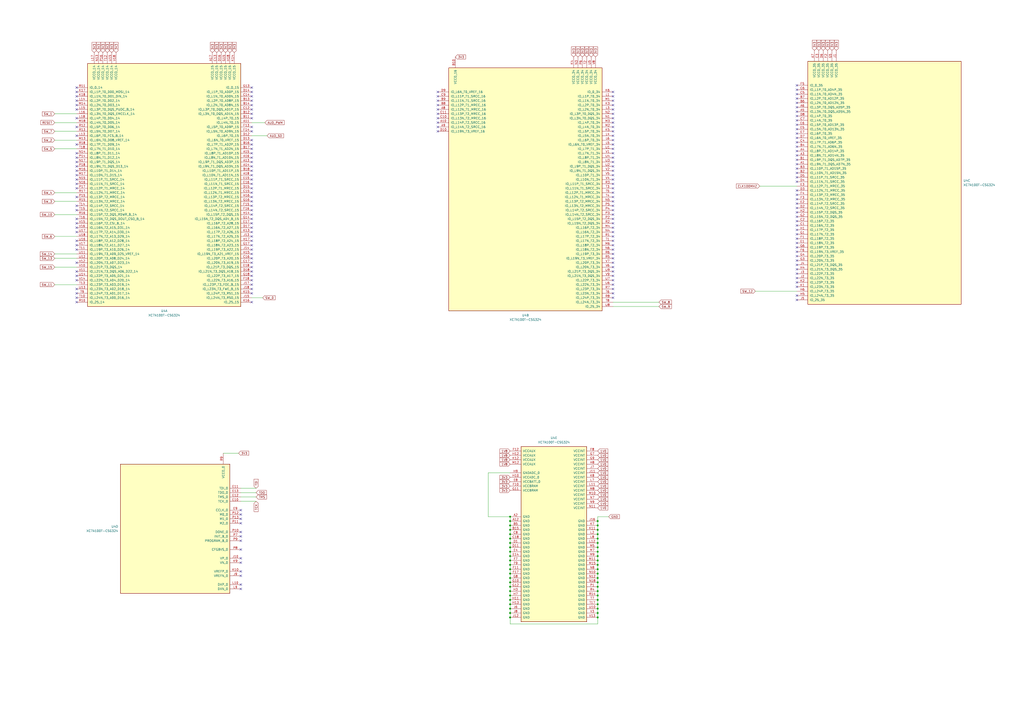
<source format=kicad_sch>
(kicad_sch (version 20231120) (generator "eeschema") (generator_version "8.0")
  (paper "A2")
  (lib_symbols
    (symbol "FPGA_Xilinx_Artix7:XC7A100T-CSG324" (pin_names (offset 1.016))
      (property "Reference" "U" (at 0 1.27 0))
      (property "Value" "XC7A100T-CSG324" (at 0 -1.27 0))
      (symbol "XC7A100T-CSG324_1_1"
        (rectangle (start -44.45 67.31) (end 44.45 -73.66) (stroke (width 0.254)) (fill (type background)))
        (pin bidirectional line (at 50.8 33.02 180) (length 6.35) (name "IO_L4N_T0_15") (number "A11"))
        (pin bidirectional line (at 50.8 10.16 180) (length 6.35) (name "IO_L9P_T1_DQS_AD3P_15") (number "A13"))
        (pin bidirectional line (at 50.8 7.62 180) (length 6.35) (name "IO_L9N_T1_DQS_AD3N_15") (number "A14"))
        (pin bidirectional line (at 50.8 15.24 180) (length 6.35) (name "IO_L8P_T1_AD10P_15") (number "A15"))
        (pin bidirectional line (at 50.8 12.7 180) (length 6.35) (name "IO_L8N_T1_AD10N_15") (number "A16"))
        (pin power_in line (at 27.94 73.66 270) (length 6.35) (name "VCCO_15") (number "A17"))
        (pin bidirectional line (at 50.8 2.54 180) (length 6.35) (name "IO_L10N_T1_AD11N_15") (number "A18"))
        (pin bidirectional line (at 50.8 35.56 180) (length 6.35) (name "IO_L4P_T0_15") (number "B11"))
        (pin bidirectional line (at 50.8 38.1 180) (length 6.35) (name "IO_L3N_T0_DQS_AD1N_15") (number "B12"))
        (pin bidirectional line (at 50.8 45.72 180) (length 6.35) (name "IO_L2P_T0_AD8P_15") (number "B13"))
        (pin bidirectional line (at 50.8 43.18 180) (length 6.35) (name "IO_L2N_T0_AD8N_15") (number "B14"))
        (pin bidirectional line (at 50.8 20.32 180) (length 6.35) (name "IO_L7P_T1_AD2P_15") (number "B16"))
        (pin bidirectional line (at 50.8 17.78 180) (length 6.35) (name "IO_L7N_T1_AD2N_15") (number "B17"))
        (pin bidirectional line (at 50.8 5.08 180) (length 6.35) (name "IO_L10P_T1_AD11P_15") (number "B18"))
        (pin bidirectional line (at 50.8 40.64 180) (length 6.35) (name "IO_L3P_T0_DQS_AD1P_15") (number "C12"))
        (pin power_in line (at 30.48 73.66 270) (length 6.35) (name "VCCO_15") (number "C13"))
        (pin bidirectional line (at 50.8 48.26 180) (length 6.35) (name "IO_L1N_T0_AD0N_15") (number "C14"))
        (pin bidirectional line (at 50.8 -7.62 180) (length 6.35) (name "IO_L12N_T1_MRCC_15") (number "C15"))
        (pin bidirectional line (at 50.8 -45.72 180) (length 6.35) (name "IO_L20P_T3_A20_15") (number "C16"))
        (pin bidirectional line (at 50.8 -48.26 180) (length 6.35) (name "IO_L20N_T3_A19_15") (number "C17"))
        (pin bidirectional line (at 50.8 25.4 180) (length 6.35) (name "IO_L6P_T0_15") (number "D12"))
        (pin bidirectional line (at 50.8 22.86 180) (length 6.35) (name "IO_L6N_T0_VREF_15") (number "D13"))
        (pin bidirectional line (at 50.8 50.8 180) (length 6.35) (name "IO_L1P_T0_AD0P_15") (number "D14"))
        (pin bidirectional line (at 50.8 -5.08 180) (length 6.35) (name "IO_L12P_T1_MRCC_15") (number "D15"))
        (pin power_in line (at 33.02 73.66 270) (length 6.35) (name "VCCO_15") (number "D16"))
        (pin bidirectional line (at 50.8 -27.94 180) (length 6.35) (name "IO_L16N_T2_A27_15") (number "D17"))
        (pin bidirectional line (at 50.8 -53.34 180) (length 6.35) (name "IO_L21N_T3_DQS_A18_15") (number "D18"))
        (pin bidirectional line (at 50.8 0 180) (length 6.35) (name "IO_L11P_T1_SRCC_15") (number "E15"))
        (pin bidirectional line (at 50.8 -2.54 180) (length 6.35) (name "IO_L11N_T1_SRCC_15") (number "E16"))
        (pin bidirectional line (at 50.8 -25.4 180) (length 6.35) (name "IO_L16P_T2_A28_15") (number "E17"))
        (pin bidirectional line (at 50.8 -50.8 180) (length 6.35) (name "IO_L21P_T3_DQS_15") (number "E18"))
        (pin bidirectional line (at 50.8 30.48 180) (length 6.35) (name "IO_L5P_T0_AD9P_15") (number "F13"))
        (pin bidirectional line (at 50.8 27.94 180) (length 6.35) (name "IO_L5N_T0_AD9N_15") (number "F14"))
        (pin bidirectional line (at 50.8 -15.24 180) (length 6.35) (name "IO_L14P_T2_SRCC_15") (number "F15"))
        (pin bidirectional line (at 50.8 -17.78 180) (length 6.35) (name "IO_L14N_T2_SRCC_15") (number "F16"))
        (pin bidirectional line (at 50.8 -58.42 180) (length 6.35) (name "IO_L22N_T3_A16_15") (number "F18"))
        (pin bidirectional line (at 50.8 53.34 180) (length 6.35) (name "IO_0_15") (number "G13"))
        (pin bidirectional line (at 50.8 -22.86 180) (length 6.35) (name "IO_L15N_T2_DQS_ADV_B_15") (number "G14"))
        (pin power_in line (at 35.56 73.66 270) (length 6.35) (name "VCCO_15") (number "G15"))
        (pin bidirectional line (at 50.8 -12.7 180) (length 6.35) (name "IO_L13N_T2_MRCC_15") (number "G16"))
        (pin bidirectional line (at 50.8 -38.1 180) (length 6.35) (name "IO_L18N_T2_A23_15") (number "G17"))
        (pin bidirectional line (at 50.8 -55.88 180) (length 6.35) (name "IO_L22P_T3_A17_15") (number "G18"))
        (pin bidirectional line (at 50.8 -20.32 180) (length 6.35) (name "IO_L15P_T2_DQS_15") (number "H14"))
        (pin bidirectional line (at 50.8 -43.18 180) (length 6.35) (name "IO_L19N_T3_A21_VREF_15") (number "H15"))
        (pin bidirectional line (at 50.8 -10.16 180) (length 6.35) (name "IO_L13P_T2_MRCC_15") (number "H16"))
        (pin bidirectional line (at 50.8 -35.56 180) (length 6.35) (name "IO_L18P_T2_A24_15") (number "H17"))
        (pin power_in line (at 38.1 73.66 270) (length 6.35) (name "VCCO_15") (number "H18"))
        (pin bidirectional line (at 50.8 -33.02 180) (length 6.35) (name "IO_L17N_T2_A25_15") (number "J13"))
        (pin bidirectional line (at 50.8 -40.64 180) (length 6.35) (name "IO_L19P_T3_A22_15") (number "J14"))
        (pin bidirectional line (at 50.8 -68.58 180) (length 6.35) (name "IO_L24N_T3_RS0_15") (number "J15"))
        (pin bidirectional line (at 50.8 -60.96 180) (length 6.35) (name "IO_L23P_T3_FOE_B_15") (number "J17"))
        (pin bidirectional line (at 50.8 -63.5 180) (length 6.35) (name "IO_L23N_T3_FWE_B_15") (number "J18"))
        (pin bidirectional line (at 50.8 -30.48 180) (length 6.35) (name "IO_L17P_T2_A26_15") (number "K13"))
        (pin power_in line (at 40.64 73.66 270) (length 6.35) (name "VCCO_15") (number "K14"))
        (pin bidirectional line (at 50.8 -66.04 180) (length 6.35) (name "IO_L24P_T3_RS1_15") (number "K15"))
        (pin bidirectional line (at 50.8 -71.12 180) (length 6.35) (name "IO_25_15") (number "K16"))
        (pin bidirectional line (at -50.8 50.8 0) (length 6.35) (name "IO_L1P_T0_D00_MOSI_14") (number "K17"))
        (pin bidirectional line (at -50.8 48.26 0) (length 6.35) (name "IO_L1N_T0_D01_DIN_14") (number "K18"))
        (pin bidirectional line (at -50.8 25.4 0) (length 6.35) (name "IO_L6P_T0_FCS_B_14") (number "L13"))
        (pin bidirectional line (at -50.8 45.72 0) (length 6.35) (name "IO_L2P_T0_D02_14") (number "L14"))
        (pin bidirectional line (at -50.8 40.64 0) (length 6.35) (name "IO_L3P_T0_DQS_PUDC_B_14") (number "L15"))
        (pin bidirectional line (at -50.8 38.1 0) (length 6.35) (name "IO_L3N_T0_DQS_EMCCLK_14") (number "L16"))
        (pin power_in line (at -40.64 73.66 270) (length 6.35) (name "VCCO_14") (number "L17"))
        (pin bidirectional line (at -50.8 35.56 0) (length 6.35) (name "IO_L4P_T0_D04_14") (number "L18"))
        (pin bidirectional line (at -50.8 22.86 0) (length 6.35) (name "IO_L6N_T0_D08_VREF_14") (number "M13"))
        (pin bidirectional line (at -50.8 43.18 0) (length 6.35) (name "IO_L2N_T0_D03_14") (number "M14"))
        (pin bidirectional line (at -50.8 5.08 0) (length 6.35) (name "IO_L10P_T1_D14_14") (number "M16"))
        (pin bidirectional line (at -50.8 2.54 0) (length 6.35) (name "IO_L10N_T1_D15_14") (number "M17"))
        (pin bidirectional line (at -50.8 33.02 0) (length 6.35) (name "IO_L4N_T0_D05_14") (number "M18"))
        (pin power_in line (at -38.1 73.66 270) (length 6.35) (name "VCCO_14") (number "N13"))
        (pin bidirectional line (at -50.8 15.24 0) (length 6.35) (name "IO_L8P_T1_D11_14") (number "N14"))
        (pin bidirectional line (at -50.8 0 0) (length 6.35) (name "IO_L11P_T1_SRCC_14") (number "N15"))
        (pin bidirectional line (at -50.8 -2.54 0) (length 6.35) (name "IO_L11N_T1_SRCC_14") (number "N16"))
        (pin bidirectional line (at -50.8 10.16 0) (length 6.35) (name "IO_L9P_T1_DQS_14") (number "N17"))
        (pin bidirectional line (at -50.8 12.7 0) (length 6.35) (name "IO_L8N_T1_D12_14") (number "P14"))
        (pin bidirectional line (at -50.8 -10.16 0) (length 6.35) (name "IO_L13P_T2_MRCC_14") (number "P15"))
        (pin power_in line (at -35.56 73.66 270) (length 6.35) (name "VCCO_14") (number "P16"))
        (pin bidirectional line (at -50.8 -5.08 0) (length 6.35) (name "IO_L12P_T1_MRCC_14") (number "P17"))
        (pin bidirectional line (at -50.8 7.62 0) (length 6.35) (name "IO_L9N_T1_DQS_D13_14") (number "P18"))
        (pin bidirectional line (at -50.8 -71.12 0) (length 6.35) (name "IO_25_14") (number "R10"))
        (pin bidirectional line (at -50.8 53.34 0) (length 6.35) (name "IO_0_14") (number "R11"))
        (pin bidirectional line (at -50.8 30.48 0) (length 6.35) (name "IO_L5P_T0_D06_14") (number "R12"))
        (pin bidirectional line (at -50.8 27.94 0) (length 6.35) (name "IO_L5N_T0_D07_14") (number "R13"))
        (pin bidirectional line (at -50.8 -12.7 0) (length 6.35) (name "IO_L13N_T2_MRCC_14") (number "R15"))
        (pin bidirectional line (at -50.8 -20.32 0) (length 6.35) (name "IO_L15P_T2_DQS_RDWR_B_14") (number "R16"))
        (pin bidirectional line (at -50.8 -7.62 0) (length 6.35) (name "IO_L12N_T1_MRCC_14") (number "R17"))
        (pin bidirectional line (at -50.8 20.32 0) (length 6.35) (name "IO_L7P_T1_D09_14") (number "R18"))
        (pin bidirectional line (at -50.8 -68.58 0) (length 6.35) (name "IO_L24N_T3_A00_D16_14") (number "T10"))
        (pin bidirectional line (at -50.8 -40.64 0) (length 6.35) (name "IO_L19P_T3_A10_D26_14") (number "T11"))
        (pin power_in line (at -33.02 73.66 270) (length 6.35) (name "VCCO_14") (number "T12"))
        (pin bidirectional line (at -50.8 -60.96 0) (length 6.35) (name "IO_L23P_T3_A03_D19_14") (number "T13"))
        (pin bidirectional line (at -50.8 -15.24 0) (length 6.35) (name "IO_L14P_T2_SRCC_14") (number "T14"))
        (pin bidirectional line (at -50.8 -17.78 0) (length 6.35) (name "IO_L14N_T2_SRCC_14") (number "T15"))
        (pin bidirectional line (at -50.8 -22.86 0) (length 6.35) (name "IO_L15N_T2_DQS_DOUT_CSO_B_14") (number "T16"))
        (pin bidirectional line (at -50.8 17.78 0) (length 6.35) (name "IO_L7N_T1_D10_14") (number "T18"))
        (pin bidirectional line (at -50.8 -66.04 0) (length 6.35) (name "IO_L24P_T3_A01_D17_14") (number "T9"))
        (pin bidirectional line (at -50.8 -43.18 0) (length 6.35) (name "IO_L19N_T3_A09_D25_VREF_14") (number "U11"))
        (pin bidirectional line (at -50.8 -45.72 0) (length 6.35) (name "IO_L20P_T3_A08_D24_14") (number "U12"))
        (pin bidirectional line (at -50.8 -63.5 0) (length 6.35) (name "IO_L23N_T3_A02_D18_14") (number "U13"))
        (pin bidirectional line (at -50.8 -55.88 0) (length 6.35) (name "IO_L22P_T3_A05_D21_14") (number "U14"))
        (pin power_in line (at -30.48 73.66 270) (length 6.35) (name "VCCO_14") (number "U15"))
        (pin bidirectional line (at -50.8 -35.56 0) (length 6.35) (name "IO_L18P_T2_A12_D28_14") (number "U16"))
        (pin bidirectional line (at -50.8 -30.48 0) (length 6.35) (name "IO_L17P_T2_A14_D30_14") (number "U17"))
        (pin bidirectional line (at -50.8 -33.02 0) (length 6.35) (name "IO_L17N_T2_A13_D29_14") (number "U18"))
        (pin bidirectional line (at -50.8 -50.8 0) (length 6.35) (name "IO_L21P_T3_DQS_14") (number "V10"))
        (pin bidirectional line (at -50.8 -53.34 0) (length 6.35) (name "IO_L21N_T3_DQS_A06_D22_14") (number "V11"))
        (pin bidirectional line (at -50.8 -48.26 0) (length 6.35) (name "IO_L20N_T3_A07_D23_14") (number "V12"))
        (pin bidirectional line (at -50.8 -58.42 0) (length 6.35) (name "IO_L22N_T3_A04_D20_14") (number "V14"))
        (pin bidirectional line (at -50.8 -25.4 0) (length 6.35) (name "IO_L16P_T2_CSI_B_14") (number "V15"))
        (pin bidirectional line (at -50.8 -27.94 0) (length 6.35) (name "IO_L16N_T2_A15_D31_14") (number "V16"))
        (pin bidirectional line (at -50.8 -38.1 0) (length 6.35) (name "IO_L18N_T2_A11_D27_14") (number "V17"))
        (pin power_in line (at -27.94 73.66 270) (length 6.35) (name "VCCO_14") (number "V18"))
      )
      (symbol "XC7A100T-CSG324_2_1"
        (rectangle (start -44.45 67.31) (end 44.45 -73.66) (stroke (width 0.254)) (fill (type background)))
        (pin bidirectional line (at -50.8 35.56 0) (length 6.35) (name "IO_L14P_T2_SRCC_16") (number "A10"))
        (pin bidirectional line (at -50.8 43.18 0) (length 6.35) (name "IO_L12N_T1_MRCC_16") (number "A8"))
        (pin bidirectional line (at -50.8 33.02 0) (length 6.35) (name "IO_L14N_T2_SRCC_16") (number "A9"))
        (pin power_in line (at -40.64 73.66 270) (length 6.35) (name "VCCO_16") (number "B10"))
        (pin bidirectional line (at -50.8 45.72 0) (length 6.35) (name "IO_L12P_T1_MRCC_16") (number "B8"))
        (pin bidirectional line (at -50.8 48.26 0) (length 6.35) (name "IO_L11N_T1_SRCC_16") (number "B9"))
        (pin bidirectional line (at -50.8 38.1 0) (length 6.35) (name "IO_L13N_T2_MRCC_16") (number "C10"))
        (pin bidirectional line (at -50.8 40.64 0) (length 6.35) (name "IO_L13P_T2_MRCC_16") (number "C11"))
        (pin bidirectional line (at -50.8 50.8 0) (length 6.35) (name "IO_L11P_T1_SRCC_16") (number "C9"))
        (pin bidirectional line (at -50.8 30.48 0) (length 6.35) (name "IO_L19N_T3_VREF_16") (number "D10"))
        (pin bidirectional line (at -50.8 53.34 0) (length 6.35) (name "IO_L6N_T0_VREF_16") (number "D9"))
        (pin bidirectional line (at 50.8 45.72 180) (length 6.35) (name "IO_L2P_T0_34") (number "K3"))
        (pin power_in line (at 27.94 73.66 270) (length 6.35) (name "VCCO_34") (number "K4"))
        (pin bidirectional line (at 50.8 30.48 180) (length 6.35) (name "IO_L5P_T0_34") (number "K5"))
        (pin bidirectional line (at 50.8 53.34 180) (length 6.35) (name "IO_0_34") (number "K6"))
        (pin bidirectional line (at 50.8 50.8 180) (length 6.35) (name "IO_L1P_T0_34") (number "L1"))
        (pin bidirectional line (at 50.8 43.18 180) (length 6.35) (name "IO_L2N_T0_34") (number "L3"))
        (pin bidirectional line (at 50.8 27.94 180) (length 6.35) (name "IO_L5N_T0_34") (number "L4"))
        (pin bidirectional line (at 50.8 22.86 180) (length 6.35) (name "IO_L6N_T0_VREF_34") (number "L5"))
        (pin bidirectional line (at 50.8 25.4 180) (length 6.35) (name "IO_L6P_T0_34") (number "L6"))
        (pin bidirectional line (at 50.8 48.26 180) (length 6.35) (name "IO_L1N_T0_34") (number "M1"))
        (pin bidirectional line (at 50.8 33.02 180) (length 6.35) (name "IO_L4N_T0_34") (number "M2"))
        (pin bidirectional line (at 50.8 35.56 180) (length 6.35) (name "IO_L4P_T0_34") (number "M3"))
        (pin bidirectional line (at 50.8 -25.4 180) (length 6.35) (name "IO_L16P_T2_34") (number "M4"))
        (pin bidirectional line (at 50.8 -35.56 180) (length 6.35) (name "IO_L18P_T2_34") (number "M6"))
        (pin bidirectional line (at 50.8 38.1 180) (length 6.35) (name "IO_L3N_T0_DQS_34") (number "N1"))
        (pin bidirectional line (at 50.8 40.64 180) (length 6.35) (name "IO_L3P_T0_DQS_34") (number "N2"))
        (pin power_in line (at 30.48 73.66 270) (length 6.35) (name "VCCO_34") (number "N3"))
        (pin bidirectional line (at 50.8 -27.94 180) (length 6.35) (name "IO_L16N_T2_34") (number "N4"))
        (pin bidirectional line (at 50.8 -10.16 180) (length 6.35) (name "IO_L13P_T2_MRCC_34") (number "N5"))
        (pin bidirectional line (at 50.8 -38.1 180) (length 6.35) (name "IO_L18N_T2_34") (number "N6"))
        (pin bidirectional line (at 50.8 -20.32 180) (length 6.35) (name "IO_L15P_T2_DQS_34") (number "P2"))
        (pin bidirectional line (at 50.8 -17.78 180) (length 6.35) (name "IO_L14N_T2_SRCC_34") (number "P3"))
        (pin bidirectional line (at 50.8 -15.24 180) (length 6.35) (name "IO_L14P_T2_SRCC_34") (number "P4"))
        (pin bidirectional line (at 50.8 -12.7 180) (length 6.35) (name "IO_L13N_T2_MRCC_34") (number "P5"))
        (pin power_in line (at 33.02 73.66 270) (length 6.35) (name "VCCO_34") (number "P6"))
        (pin bidirectional line (at 50.8 -30.48 180) (length 6.35) (name "IO_L17P_T2_34") (number "R1"))
        (pin bidirectional line (at 50.8 -22.86 180) (length 6.35) (name "IO_L15N_T2_DQS_34") (number "R2"))
        (pin bidirectional line (at 50.8 0 180) (length 6.35) (name "IO_L11P_T1_SRCC_34") (number "R3"))
        (pin bidirectional line (at 50.8 -43.18 180) (length 6.35) (name "IO_L19N_T3_VREF_34") (number "R5"))
        (pin bidirectional line (at 50.8 -40.64 180) (length 6.35) (name "IO_L19P_T3_34") (number "R6"))
        (pin bidirectional line (at 50.8 -60.96 180) (length 6.35) (name "IO_L23P_T3_34") (number "R7"))
        (pin bidirectional line (at 50.8 -66.04 180) (length 6.35) (name "IO_L24P_T3_34") (number "R8"))
        (pin bidirectional line (at 50.8 -33.02 180) (length 6.35) (name "IO_L17N_T2_34") (number "T1"))
        (pin power_in line (at 35.56 73.66 270) (length 6.35) (name "VCCO_34") (number "T2"))
        (pin bidirectional line (at 50.8 -2.54 180) (length 6.35) (name "IO_L11N_T1_SRCC_34") (number "T3"))
        (pin bidirectional line (at 50.8 -7.62 180) (length 6.35) (name "IO_L12N_T1_MRCC_34") (number "T4"))
        (pin bidirectional line (at 50.8 -5.08 180) (length 6.35) (name "IO_L12P_T1_MRCC_34") (number "T5"))
        (pin bidirectional line (at 50.8 -63.5 180) (length 6.35) (name "IO_L23N_T3_34") (number "T6"))
        (pin bidirectional line (at 50.8 -68.58 180) (length 6.35) (name "IO_L24N_T3_34") (number "T8"))
        (pin bidirectional line (at 50.8 20.32 180) (length 6.35) (name "IO_L7P_T1_34") (number "U1"))
        (pin bidirectional line (at 50.8 10.16 180) (length 6.35) (name "IO_L9P_T1_DQS_34") (number "U2"))
        (pin bidirectional line (at 50.8 12.7 180) (length 6.35) (name "IO_L8N_T1_34") (number "U3"))
        (pin bidirectional line (at 50.8 15.24 180) (length 6.35) (name "IO_L8P_T1_34") (number "U4"))
        (pin power_in line (at 38.1 73.66 270) (length 6.35) (name "VCCO_34") (number "U5"))
        (pin bidirectional line (at 50.8 -58.42 180) (length 6.35) (name "IO_L22N_T3_34") (number "U6"))
        (pin bidirectional line (at 50.8 -55.88 180) (length 6.35) (name "IO_L22P_T3_34") (number "U7"))
        (pin bidirectional line (at 50.8 -71.12 180) (length 6.35) (name "IO_25_34") (number "U8"))
        (pin bidirectional line (at 50.8 -50.8 180) (length 6.35) (name "IO_L21P_T3_DQS_34") (number "U9"))
        (pin bidirectional line (at 50.8 17.78 180) (length 6.35) (name "IO_L7N_T1_34") (number "V1"))
        (pin bidirectional line (at 50.8 7.62 180) (length 6.35) (name "IO_L9N_T1_DQS_34") (number "V2"))
        (pin bidirectional line (at 50.8 2.54 180) (length 6.35) (name "IO_L10N_T1_34") (number "V4"))
        (pin bidirectional line (at 50.8 5.08 180) (length 6.35) (name "IO_L10P_T1_34") (number "V5"))
        (pin bidirectional line (at 50.8 -48.26 180) (length 6.35) (name "IO_L20N_T3_34") (number "V6"))
        (pin bidirectional line (at 50.8 -45.72 180) (length 6.35) (name "IO_L20P_T3_34") (number "V7"))
        (pin power_in line (at 40.64 73.66 270) (length 6.35) (name "VCCO_34") (number "V8"))
        (pin bidirectional line (at 50.8 -53.34 180) (length 6.35) (name "IO_L21N_T3_DQS_34") (number "V9"))
      )
      (symbol "XC7A100T-CSG324_3_1"
        (rectangle (start -44.45 67.31) (end 44.45 -73.66) (stroke (width 0.254)) (fill (type background)))
        (pin bidirectional line (at -50.8 7.62 0) (length 6.35) (name "IO_L9N_T1_DQS_AD7N_35") (number "A1"))
        (pin bidirectional line (at -50.8 12.7 0) (length 6.35) (name "IO_L8N_T1_AD14N_35") (number "A3"))
        (pin bidirectional line (at -50.8 15.24 0) (length 6.35) (name "IO_L8P_T1_AD14P_35") (number "A4"))
        (pin bidirectional line (at -50.8 38.1 0) (length 6.35) (name "IO_L3N_T0_DQS_AD5N_35") (number "A5"))
        (pin bidirectional line (at -50.8 40.64 0) (length 6.35) (name "IO_L3P_T0_DQS_AD5P_35") (number "A6"))
        (pin power_in line (at -40.64 73.66 270) (length 6.35) (name "VCCO_35") (number "A7"))
        (pin bidirectional line (at -50.8 10.16 0) (length 6.35) (name "IO_L9P_T1_DQS_AD7P_35") (number "B1"))
        (pin bidirectional line (at -50.8 2.54 0) (length 6.35) (name "IO_L10N_T1_AD15N_35") (number "B2"))
        (pin bidirectional line (at -50.8 5.08 0) (length 6.35) (name "IO_L10P_T1_AD15P_35") (number "B3"))
        (pin bidirectional line (at -50.8 17.78 0) (length 6.35) (name "IO_L7N_T1_AD6N_35") (number "B4"))
        (pin bidirectional line (at -50.8 43.18 0) (length 6.35) (name "IO_L2N_T0_AD12N_35") (number "B6"))
        (pin bidirectional line (at -50.8 45.72 0) (length 6.35) (name "IO_L2P_T0_AD12P_35") (number "B7"))
        (pin bidirectional line (at -50.8 -27.94 0) (length 6.35) (name "IO_L16N_T2_35") (number "C1"))
        (pin bidirectional line (at -50.8 -25.4 0) (length 6.35) (name "IO_L16P_T2_35") (number "C2"))
        (pin power_in line (at -38.1 73.66 270) (length 6.35) (name "VCCO_35") (number "C3"))
        (pin bidirectional line (at -50.8 20.32 0) (length 6.35) (name "IO_L7P_T1_AD6P_35") (number "C4"))
        (pin bidirectional line (at -50.8 48.26 0) (length 6.35) (name "IO_L1N_T0_AD4N_35") (number "C5"))
        (pin bidirectional line (at -50.8 50.8 0) (length 6.35) (name "IO_L1P_T0_AD4P_35") (number "C6"))
        (pin bidirectional line (at -50.8 33.02 0) (length 6.35) (name "IO_L4N_T0_35") (number "C7"))
        (pin bidirectional line (at -50.8 -17.78 0) (length 6.35) (name "IO_L14N_T2_SRCC_35") (number "D2"))
        (pin bidirectional line (at -50.8 -7.62 0) (length 6.35) (name "IO_L12N_T1_MRCC_35") (number "D3"))
        (pin bidirectional line (at -50.8 -2.54 0) (length 6.35) (name "IO_L11N_T1_SRCC_35") (number "D4"))
        (pin bidirectional line (at -50.8 0 0) (length 6.35) (name "IO_L11P_T1_SRCC_35") (number "D5"))
        (pin power_in line (at -35.56 73.66 270) (length 6.35) (name "VCCO_35") (number "D6"))
        (pin bidirectional line (at -50.8 22.86 0) (length 6.35) (name "IO_L6N_T0_VREF_35") (number "D7"))
        (pin bidirectional line (at -50.8 35.56 0) (length 6.35) (name "IO_L4P_T0_35") (number "D8"))
        (pin bidirectional line (at -50.8 -38.1 0) (length 6.35) (name "IO_L18N_T2_35") (number "E1"))
        (pin bidirectional line (at -50.8 -15.24 0) (length 6.35) (name "IO_L14P_T2_SRCC_35") (number "E2"))
        (pin bidirectional line (at -50.8 -5.08 0) (length 6.35) (name "IO_L12P_T1_MRCC_35") (number "E3"))
        (pin bidirectional line (at -50.8 27.94 0) (length 6.35) (name "IO_L5N_T0_AD13N_35") (number "E5"))
        (pin bidirectional line (at -50.8 30.48 0) (length 6.35) (name "IO_L5P_T0_AD13P_35") (number "E6"))
        (pin bidirectional line (at -50.8 25.4 0) (length 6.35) (name "IO_L6P_T0_35") (number "E7"))
        (pin bidirectional line (at -50.8 -35.56 0) (length 6.35) (name "IO_L18P_T2_35") (number "F1"))
        (pin power_in line (at -33.02 73.66 270) (length 6.35) (name "VCCO_35") (number "F2"))
        (pin bidirectional line (at -50.8 -12.7 0) (length 6.35) (name "IO_L13N_T2_MRCC_35") (number "F3"))
        (pin bidirectional line (at -50.8 -10.16 0) (length 6.35) (name "IO_L13P_T2_MRCC_35") (number "F4"))
        (pin bidirectional line (at -50.8 53.34 0) (length 6.35) (name "IO_0_35") (number "F5"))
        (pin bidirectional line (at -50.8 -43.18 0) (length 6.35) (name "IO_L19N_T3_VREF_35") (number "F6"))
        (pin bidirectional line (at -50.8 -33.02 0) (length 6.35) (name "IO_L17N_T2_35") (number "G1"))
        (pin bidirectional line (at -50.8 -22.86 0) (length 6.35) (name "IO_L15N_T2_DQS_35") (number "G2"))
        (pin bidirectional line (at -50.8 -48.26 0) (length 6.35) (name "IO_L20N_T3_35") (number "G3"))
        (pin bidirectional line (at -50.8 -45.72 0) (length 6.35) (name "IO_L20P_T3_35") (number "G4"))
        (pin power_in line (at -30.48 73.66 270) (length 6.35) (name "VCCO_35") (number "G5"))
        (pin bidirectional line (at -50.8 -40.64 0) (length 6.35) (name "IO_L19P_T3_35") (number "G6"))
        (pin bidirectional line (at -50.8 -30.48 0) (length 6.35) (name "IO_L17P_T2_35") (number "H1"))
        (pin bidirectional line (at -50.8 -20.32 0) (length 6.35) (name "IO_L15P_T2_DQS_35") (number "H2"))
        (pin bidirectional line (at -50.8 -53.34 0) (length 6.35) (name "IO_L21N_T3_DQS_35") (number "H4"))
        (pin bidirectional line (at -50.8 -68.58 0) (length 6.35) (name "IO_L24N_T3_35") (number "H5"))
        (pin bidirectional line (at -50.8 -66.04 0) (length 6.35) (name "IO_L24P_T3_35") (number "H6"))
        (pin power_in line (at -27.94 73.66 270) (length 6.35) (name "VCCO_35") (number "J1"))
        (pin bidirectional line (at -50.8 -58.42 0) (length 6.35) (name "IO_L22N_T3_35") (number "J2"))
        (pin bidirectional line (at -50.8 -55.88 0) (length 6.35) (name "IO_L22P_T3_35") (number "J3"))
        (pin bidirectional line (at -50.8 -50.8 0) (length 6.35) (name "IO_L21P_T3_DQS_35") (number "J4"))
        (pin bidirectional line (at -50.8 -71.12 0) (length 6.35) (name "IO_25_35") (number "J5"))
        (pin bidirectional line (at -50.8 -63.5 0) (length 6.35) (name "IO_L23N_T3_35") (number "K1"))
        (pin bidirectional line (at -50.8 -60.96 0) (length 6.35) (name "IO_L23P_T3_35") (number "K2"))
      )
      (symbol "XC7A100T-CSG324_4_1"
        (rectangle (start -31.75 34.29) (end 31.75 -40.64) (stroke (width 0.254)) (fill (type background)))
        (pin bidirectional line (at 38.1 12.7 180) (length 6.35) (name "TCK_0") (number "E10"))
        (pin bidirectional line (at 38.1 20.32 180) (length 6.35) (name "TDI_0") (number "E11"))
        (pin bidirectional line (at 38.1 15.24 180) (length 6.35) (name "TMS_0") (number "E12"))
        (pin bidirectional line (at 38.1 17.78 180) (length 6.35) (name "TDO_0") (number "E13"))
        (pin bidirectional line (at 38.1 7.62 180) (length 6.35) (name "CCLK_0") (number "E9"))
        (pin bidirectional line (at 38.1 -20.32 180) (length 6.35) (name "VP_0") (number "J10"))
        (pin bidirectional line (at 38.1 -30.48 180) (length 6.35) (name "VREFN_0") (number "J9"))
        (pin bidirectional line (at 38.1 -27.94 180) (length 6.35) (name "VREFP_0") (number "K10"))
        (pin bidirectional line (at 38.1 -22.86 180) (length 6.35) (name "VN_0") (number "K9"))
        (pin bidirectional line (at 38.1 -35.56 180) (length 6.35) (name "DXP_0") (number "L10"))
        (pin bidirectional line (at 38.1 -38.1 180) (length 6.35) (name "DXN_0") (number "L9"))
        (pin bidirectional line (at 38.1 -5.08 180) (length 6.35) (name "DONE_0") (number "P10"))
        (pin bidirectional line (at 38.1 0 180) (length 6.35) (name "M2_0") (number "P11"))
        (pin bidirectional line (at 38.1 5.08 180) (length 6.35) (name "M0_0") (number "P12"))
        (pin bidirectional line (at 38.1 2.54 180) (length 6.35) (name "M1_0") (number "P13"))
        (pin bidirectional line (at 38.1 -7.62 180) (length 6.35) (name "INIT_B_0") (number "P7"))
        (pin bidirectional line (at 38.1 -15.24 180) (length 6.35) (name "CFGBVS_0") (number "P8"))
        (pin bidirectional line (at 38.1 -10.16 180) (length 6.35) (name "PROGRAM_B_0") (number "P9"))
        (pin power_in line (at 27.94 40.64 270) (length 6.35) (name "VCCO_0") (number "R9"))
      )
      (symbol "XC7A100T-CSG324_5_1"
        (rectangle (start -19.05 50.8) (end 19.05 -50.8) (stroke (width 0.254)) (fill (type background)))
        (pin power_in line (at -25.4 7.62 0) (length 6.35) (name "GND") (number "A12"))
        (pin power_in line (at -25.4 10.16 0) (length 6.35) (name "GND") (number "A2"))
        (pin power_in line (at -25.4 2.54 0) (length 6.35) (name "GND") (number "B15"))
        (pin power_in line (at -25.4 5.08 0) (length 6.35) (name "GND") (number "B5"))
        (pin power_in line (at -25.4 -2.54 0) (length 6.35) (name "GND") (number "C18"))
        (pin power_in line (at -25.4 0 0) (length 6.35) (name "GND") (number "C8"))
        (pin power_in line (at -25.4 -5.08 0) (length 6.35) (name "GND") (number "D1"))
        (pin power_in line (at -25.4 -7.62 0) (length 6.35) (name "GND") (number "D11"))
        (pin power_in line (at -25.4 -12.7 0) (length 6.35) (name "GND") (number "E14"))
        (pin power_in line (at -25.4 -10.16 0) (length 6.35) (name "GND") (number "E4"))
        (pin power_in line (at -25.4 30.48 0) (length 6.35) (name "VCCBATT_0") (number "E8"))
        (pin power_in line (at -25.4 27.94 0) (length 6.35) (name "VCCBRAM") (number "F10"))
        (pin power_in line (at -25.4 -20.32 0) (length 6.35) (name "GND") (number "F11"))
        (pin power_in line (at -25.4 48.26 0) (length 6.35) (name "VCCAUX") (number "F12"))
        (pin power_in line (at -25.4 -22.86 0) (length 6.35) (name "GND") (number "F17"))
        (pin power_in line (at -25.4 -15.24 0) (length 6.35) (name "GND") (number "F7"))
        (pin power_in line (at 25.4 48.26 180) (length 6.35) (name "VCCINT") (number "F8"))
        (pin power_in line (at -25.4 -17.78 0) (length 6.35) (name "GND") (number "F9"))
        (pin power_in line (at -25.4 -27.94 0) (length 6.35) (name "GND") (number "G10"))
        (pin power_in line (at -25.4 25.4 0) (length 6.35) (name "VCCBRAM") (number "G11"))
        (pin power_in line (at -25.4 -30.48 0) (length 6.35) (name "GND") (number "G12"))
        (pin power_in line (at 25.4 45.72 180) (length 6.35) (name "VCCINT") (number "G7"))
        (pin power_in line (at -25.4 -25.4 0) (length 6.35) (name "GND") (number "G8"))
        (pin power_in line (at 25.4 43.18 180) (length 6.35) (name "VCCINT") (number "G9"))
        (pin power_in line (at -25.4 33.02 0) (length 6.35) (name "VCCADC_0") (number "H10"))
        (pin power_in line (at -25.4 -38.1 0) (length 6.35) (name "GND") (number "H11"))
        (pin power_in line (at -25.4 45.72 0) (length 6.35) (name "VCCAUX") (number "H12"))
        (pin power_in line (at -25.4 -40.64 0) (length 6.35) (name "GND") (number "H13"))
        (pin power_in line (at -25.4 -33.02 0) (length 6.35) (name "GND") (number "H3"))
        (pin power_in line (at -25.4 -35.56 0) (length 6.35) (name "GND") (number "H7"))
        (pin power_in line (at 25.4 40.64 180) (length 6.35) (name "VCCINT") (number "H8"))
        (pin power_in line (at -25.4 35.56 0) (length 6.35) (name "GNDADC_0") (number "H9"))
        (pin power_in line (at 25.4 35.56 180) (length 6.35) (name "VCCINT") (number "J11"))
        (pin power_in line (at -25.4 -48.26 0) (length 6.35) (name "GND") (number "J12"))
        (pin power_in line (at 25.4 7.62 180) (length 6.35) (name "GND") (number "J16"))
        (pin power_in line (at -25.4 -43.18 0) (length 6.35) (name "GND") (number "J6"))
        (pin power_in line (at 25.4 38.1 180) (length 6.35) (name "VCCINT") (number "J7"))
        (pin power_in line (at -25.4 -45.72 0) (length 6.35) (name "GND") (number "J8"))
        (pin power_in line (at 25.4 2.54 180) (length 6.35) (name "GND") (number "K11"))
        (pin power_in line (at -25.4 43.18 0) (length 6.35) (name "VCCAUX") (number "K12"))
        (pin power_in line (at 25.4 5.08 180) (length 6.35) (name "GND") (number "K7"))
        (pin power_in line (at 25.4 33.02 180) (length 6.35) (name "VCCINT") (number "K8"))
        (pin power_in line (at 25.4 27.94 180) (length 6.35) (name "VCCINT") (number "L11"))
        (pin power_in line (at 25.4 -5.08 180) (length 6.35) (name "GND") (number "L12"))
        (pin power_in line (at 25.4 0 180) (length 6.35) (name "GND") (number "L2"))
        (pin power_in line (at 25.4 30.48 180) (length 6.35) (name "VCCINT") (number "L7"))
        (pin power_in line (at 25.4 -2.54 180) (length 6.35) (name "GND") (number "L8"))
        (pin power_in line (at 25.4 22.86 180) (length 6.35) (name "VCCINT") (number "M10"))
        (pin power_in line (at 25.4 -15.24 180) (length 6.35) (name "GND") (number "M11"))
        (pin power_in line (at -25.4 40.64 0) (length 6.35) (name "VCCAUX") (number "M12"))
        (pin power_in line (at 25.4 -17.78 180) (length 6.35) (name "GND") (number "M15"))
        (pin power_in line (at 25.4 -7.62 180) (length 6.35) (name "GND") (number "M5"))
        (pin power_in line (at 25.4 -10.16 180) (length 6.35) (name "GND") (number "M7"))
        (pin power_in line (at 25.4 25.4 180) (length 6.35) (name "VCCINT") (number "M8"))
        (pin power_in line (at 25.4 -12.7 180) (length 6.35) (name "GND") (number "M9"))
        (pin power_in line (at 25.4 -22.86 180) (length 6.35) (name "GND") (number "N10"))
        (pin power_in line (at 25.4 15.24 180) (length 6.35) (name "VCCINT") (number "N11"))
        (pin power_in line (at 25.4 -25.4 180) (length 6.35) (name "GND") (number "N12"))
        (pin power_in line (at 25.4 -27.94 180) (length 6.35) (name "GND") (number "N18"))
        (pin power_in line (at 25.4 20.32 180) (length 6.35) (name "VCCINT") (number "N7"))
        (pin power_in line (at 25.4 -20.32 180) (length 6.35) (name "GND") (number "N8"))
        (pin power_in line (at 25.4 17.78 180) (length 6.35) (name "VCCINT") (number "N9"))
        (pin power_in line (at 25.4 -30.48 180) (length 6.35) (name "GND") (number "P1"))
        (pin power_in line (at 25.4 -35.56 180) (length 6.35) (name "GND") (number "R14"))
        (pin power_in line (at 25.4 -33.02 180) (length 6.35) (name "GND") (number "R4"))
        (pin power_in line (at 25.4 -40.64 180) (length 6.35) (name "GND") (number "T17"))
        (pin power_in line (at 25.4 -38.1 180) (length 6.35) (name "GND") (number "T7"))
        (pin power_in line (at 25.4 -43.18 180) (length 6.35) (name "GND") (number "U10"))
        (pin power_in line (at 25.4 -48.26 180) (length 6.35) (name "GND") (number "V13"))
        (pin power_in line (at 25.4 -45.72 180) (length 6.35) (name "GND") (number "V3"))
      )
    )
  )
  (junction (at 295.91 345.44))
  (junction (at 295.91 353.06))
  (junction (at 346.71 327.66))
  (junction (at 295.91 317.5))
  (junction (at 346.71 322.58))
  (junction (at 346.71 312.42))
  (junction (at 346.71 340.36))
  (junction (at 295.91 299.72))
  (junction (at 346.71 325.12))
  (junction (at 295.91 327.66))
  (junction (at 346.71 337.82))
  (junction (at 295.91 302.26))
  (junction (at 346.71 355.6))
  (junction (at 295.91 340.36))
  (junction (at 295.91 347.98))
  (junction (at 346.71 350.52))
  (junction (at 295.91 309.88))
  (junction (at 346.71 353.06))
  (junction (at 295.91 350.52))
  (junction (at 346.71 304.8))
  (junction (at 346.71 335.28))
  (junction (at 346.71 320.04))
  (junction (at 295.91 330.2))
  (junction (at 346.71 314.96))
  (junction (at 346.71 317.5))
  (junction (at 295.91 314.96))
  (junction (at 295.91 304.8))
  (junction (at 295.91 312.42))
  (junction (at 346.71 307.34))
  (junction (at 295.91 358.14))
  (junction (at 295.91 335.28))
  (junction (at 295.91 337.82))
  (junction (at 295.91 355.6))
  (junction (at 346.71 347.98))
  (junction (at 295.91 307.34))
  (junction (at 346.71 358.14))
  (junction (at 346.71 309.88))
  (junction (at 346.71 342.9))
  (junction (at 295.91 322.58))
  (junction (at 295.91 325.12))
  (junction (at 346.71 302.26))
  (junction (at 295.91 332.74))
  (junction (at 346.71 345.44))
  (junction (at 346.71 330.2))
  (junction (at 346.71 332.74))
  (junction (at 295.91 320.04))
  (junction (at 295.91 342.9))
  (no_connect (at 355.6 114.3))
  (no_connect (at 146.05 114.3))
  (no_connect (at 462.28 64.77))
  (no_connect (at 462.28 67.31))
  (no_connect (at 355.6 99.06))
  (no_connect (at 462.28 120.65))
  (no_connect (at 462.28 85.09))
  (no_connect (at 355.6 160.02))
  (no_connect (at 146.05 142.24))
  (no_connect (at 146.05 137.16))
  (no_connect (at 355.6 170.18))
  (no_connect (at 355.6 165.1))
  (no_connect (at 254 71.12))
  (no_connect (at 44.45 134.62))
  (no_connect (at 146.05 93.98))
  (no_connect (at 355.6 88.9))
  (no_connect (at 146.05 60.96))
  (no_connect (at 462.28 115.57))
  (no_connect (at 254 58.42))
  (no_connect (at 146.05 121.92))
  (no_connect (at 355.6 129.54))
  (no_connect (at 355.6 152.4))
  (no_connect (at 146.05 86.36))
  (no_connect (at 355.6 154.94))
  (no_connect (at 355.6 104.14))
  (no_connect (at 355.6 63.5))
  (no_connect (at 462.28 52.07))
  (no_connect (at 146.05 91.44))
  (no_connect (at 146.05 99.06))
  (no_connect (at 146.05 165.1))
  (no_connect (at 44.45 63.5))
  (no_connect (at 462.28 49.53))
  (no_connect (at 355.6 86.36))
  (no_connect (at 139.7 300.99))
  (no_connect (at 44.45 109.22))
  (no_connect (at 462.28 148.59))
  (no_connect (at 355.6 101.6))
  (no_connect (at 355.6 167.64))
  (no_connect (at 254 73.66))
  (no_connect (at 44.45 93.98))
  (no_connect (at 146.05 129.54))
  (no_connect (at 355.6 116.84))
  (no_connect (at 462.28 90.17))
  (no_connect (at 44.45 73.66))
  (no_connect (at 355.6 73.66))
  (no_connect (at 44.45 144.78))
  (no_connect (at 139.7 334.01))
  (no_connect (at 146.05 149.86))
  (no_connect (at 462.28 158.75))
  (no_connect (at 462.28 100.33))
  (no_connect (at 462.28 80.01))
  (no_connect (at 355.6 139.7))
  (no_connect (at 462.28 171.45))
  (no_connect (at 44.45 50.8))
  (no_connect (at 355.6 78.74))
  (no_connect (at 44.45 55.88))
  (no_connect (at 355.6 60.96))
  (no_connect (at 355.6 142.24))
  (no_connect (at 462.28 77.47))
  (no_connect (at 146.05 162.56))
  (no_connect (at 139.7 318.77))
  (no_connect (at 139.7 311.15))
  (no_connect (at 462.28 146.05))
  (no_connect (at 139.7 339.09))
  (no_connect (at 139.7 341.63))
  (no_connect (at 355.6 172.72))
  (no_connect (at 44.45 121.92))
  (no_connect (at 139.7 308.61))
  (no_connect (at 462.28 125.73))
  (no_connect (at 146.05 63.5))
  (no_connect (at 146.05 109.22))
  (no_connect (at 146.05 101.6))
  (no_connect (at 139.7 295.91))
  (no_connect (at 462.28 138.43))
  (no_connect (at 462.28 173.99))
  (no_connect (at 462.28 133.35))
  (no_connect (at 355.6 55.88))
  (no_connect (at 146.05 96.52))
  (no_connect (at 462.28 62.23))
  (no_connect (at 146.05 83.82))
  (no_connect (at 44.45 114.3))
  (no_connect (at 146.05 154.94))
  (no_connect (at 146.05 124.46))
  (no_connect (at 462.28 161.29))
  (no_connect (at 462.28 74.93))
  (no_connect (at 462.28 156.21))
  (no_connect (at 44.45 104.14))
  (no_connect (at 355.6 127))
  (no_connect (at 254 53.34))
  (no_connect (at 44.45 99.06))
  (no_connect (at 254 76.2))
  (no_connect (at 146.05 76.2))
  (no_connect (at 355.6 149.86))
  (no_connect (at 146.05 88.9))
  (no_connect (at 254 68.58))
  (no_connect (at 462.28 102.87))
  (no_connect (at 44.45 127))
  (no_connect (at 462.28 140.97))
  (no_connect (at 462.28 135.89))
  (no_connect (at 146.05 175.26))
  (no_connect (at 355.6 58.42))
  (no_connect (at 44.45 167.64))
  (no_connect (at 146.05 119.38))
  (no_connect (at 139.7 298.45))
  (no_connect (at 146.05 127))
  (no_connect (at 139.7 326.39))
  (no_connect (at 44.45 119.38))
  (no_connect (at 44.45 68.58))
  (no_connect (at 355.6 147.32))
  (no_connect (at 462.28 92.71))
  (no_connect (at 44.45 58.42))
  (no_connect (at 355.6 132.08))
  (no_connect (at 355.6 91.44))
  (no_connect (at 462.28 95.25))
  (no_connect (at 355.6 109.22))
  (no_connect (at 146.05 160.02))
  (no_connect (at 254 55.88))
  (no_connect (at 44.45 157.48))
  (no_connect (at 146.05 116.84))
  (no_connect (at 139.7 331.47))
  (no_connect (at 146.05 104.14))
  (no_connect (at 44.45 60.96))
  (no_connect (at 146.05 73.66))
  (no_connect (at 146.05 132.08))
  (no_connect (at 355.6 162.56))
  (no_connect (at 462.28 82.55))
  (no_connect (at 44.45 53.34))
  (no_connect (at 462.28 151.13))
  (no_connect (at 44.45 162.56))
  (no_connect (at 146.05 81.28))
  (no_connect (at 462.28 166.37))
  (no_connect (at 462.28 59.69))
  (no_connect (at 355.6 106.68))
  (no_connect (at 44.45 88.9))
  (no_connect (at 355.6 66.04))
  (no_connect (at 254 60.96))
  (no_connect (at 139.7 323.85))
  (no_connect (at 355.6 53.34))
  (no_connect (at 44.45 96.52))
  (no_connect (at 146.05 58.42))
  (no_connect (at 44.45 78.74))
  (no_connect (at 462.28 57.15))
  (no_connect (at 462.28 97.79))
  (no_connect (at 462.28 118.11))
  (no_connect (at 254 63.5))
  (no_connect (at 146.05 134.62))
  (no_connect (at 44.45 175.26))
  (no_connect (at 462.28 72.39))
  (no_connect (at 355.6 76.2))
  (no_connect (at 355.6 81.28))
  (no_connect (at 146.05 66.04))
  (no_connect (at 44.45 91.44))
  (no_connect (at 462.28 130.81))
  (no_connect (at 355.6 71.12))
  (no_connect (at 355.6 144.78))
  (no_connect (at 355.6 121.92))
  (no_connect (at 44.45 101.6))
  (no_connect (at 146.05 68.58))
  (no_connect (at 462.28 163.83))
  (no_connect (at 146.05 152.4))
  (no_connect (at 44.45 152.4))
  (no_connect (at 355.6 68.58))
  (no_connect (at 355.6 119.38))
  (no_connect (at 146.05 53.34))
  (no_connect (at 462.28 143.51))
  (no_connect (at 44.45 139.7))
  (no_connect (at 44.45 132.08))
  (no_connect (at 44.45 129.54))
  (no_connect (at 462.28 87.63))
  (no_connect (at 146.05 139.7))
  (no_connect (at 462.28 153.67))
  (no_connect (at 44.45 106.68))
  (no_connect (at 146.05 106.68))
  (no_connect (at 355.6 124.46))
  (no_connect (at 462.28 105.41))
  (no_connect (at 254 66.04))
  (no_connect (at 355.6 96.52))
  (no_connect (at 355.6 93.98))
  (no_connect (at 44.45 83.82))
  (no_connect (at 44.45 170.18))
  (no_connect (at 355.6 83.82))
  (no_connect (at 139.7 313.69))
  (no_connect (at 139.7 303.53))
  (no_connect (at 146.05 144.78))
  (no_connect (at 355.6 157.48))
  (no_connect (at 146.05 147.32))
  (no_connect (at 146.05 170.18))
  (no_connect (at 44.45 142.24))
  (no_connect (at 146.05 55.88))
  (no_connect (at 146.05 157.48))
  (no_connect (at 462.28 123.19))
  (no_connect (at 462.28 113.03))
  (no_connect (at 355.6 134.62))
  (no_connect (at 146.05 50.8))
  (no_connect (at 462.28 69.85))
  (no_connect (at 462.28 54.61))
  (no_connect (at 44.45 172.72))
  (no_connect (at 44.45 160.02))
  (no_connect (at 462.28 128.27))
  (no_connect (at 146.05 111.76))
  (no_connect (at 355.6 137.16))
  (no_connect (at 355.6 111.76))
  (no_connect (at 462.28 110.49))
  (no_connect (at 146.05 167.64))
  (wire (pts (xy 346.71 302.26) (xy 346.71 304.8)))
  (wire (pts (xy 295.91 340.36) (xy 295.91 342.9)))
  (wire (pts (xy 295.91 355.6) (xy 295.91 358.14)))
  (wire (pts (xy 295.91 345.44) (xy 295.91 347.98)))
  (wire (pts (xy 346.71 332.74) (xy 346.71 335.28)))
  (wire (pts (xy 346.71 345.44) (xy 346.71 347.98)))
  (wire (pts (xy 346.71 340.36) (xy 346.71 342.9)))
  (wire (pts (xy 346.71 304.8) (xy 346.71 307.34)))
  (wire (pts (xy 295.91 330.2) (xy 295.91 332.74)))
  (wire (pts (xy 346.71 325.12) (xy 346.71 327.66)))
  (wire (pts (xy 283.21 299.72) (xy 295.91 299.72)))
  (wire (pts (xy 295.91 353.06) (xy 295.91 355.6)))
  (wire (pts (xy 295.91 299.72) (xy 295.91 302.26)))
  (wire (pts (xy 295.91 320.04) (xy 295.91 322.58)))
  (wire (pts (xy 295.91 304.8) (xy 295.91 307.34)))
  (wire (pts (xy 346.71 335.28) (xy 346.71 337.82)))
  (wire (pts (xy 31.75 111.76) (xy 44.45 111.76)))
  (wire (pts (xy 139.7 288.29) (xy 148.59 288.29)))
  (wire (pts (xy 295.91 309.88) (xy 295.91 312.42)))
  (wire (pts (xy 295.91 312.42) (xy 295.91 314.96)))
  (wire (pts (xy 31.75 154.94) (xy 44.45 154.94)))
  (wire (pts (xy 346.71 330.2) (xy 346.71 332.74)))
  (wire (pts (xy 346.71 350.52) (xy 346.71 353.06)))
  (wire (pts (xy 346.71 353.06) (xy 346.71 355.6)))
  (wire (pts (xy 31.75 86.36) (xy 44.45 86.36)))
  (wire (pts (xy 295.91 347.98) (xy 295.91 350.52)))
  (wire (pts (xy 346.71 358.14) (xy 346.71 361.95)))
  (wire (pts (xy 31.75 76.2) (xy 44.45 76.2)))
  (wire (pts (xy 295.91 350.52) (xy 295.91 353.06)))
  (wire (pts (xy 295.91 335.28) (xy 295.91 337.82)))
  (wire (pts (xy 346.71 337.82) (xy 346.71 340.36)))
  (wire (pts (xy 438.15 168.91) (xy 462.28 168.91)))
  (wire (pts (xy 295.91 322.58) (xy 295.91 325.12)))
  (wire (pts (xy 153.67 71.12) (xy 146.05 71.12)))
  (wire (pts (xy 346.71 322.58) (xy 346.71 325.12)))
  (wire (pts (xy 295.91 302.26) (xy 295.91 304.8)))
  (wire (pts (xy 295.91 314.96) (xy 295.91 317.5)))
  (wire (pts (xy 146.05 172.72) (xy 152.4 172.72)))
  (wire (pts (xy 295.91 327.66) (xy 295.91 330.2)))
  (wire (pts (xy 346.71 355.6) (xy 346.71 358.14)))
  (wire (pts (xy 346.71 309.88) (xy 346.71 312.42)))
  (wire (pts (xy 295.91 361.95) (xy 346.71 361.95)))
  (wire (pts (xy 31.75 137.16) (xy 44.45 137.16)))
  (wire (pts (xy 346.71 312.42) (xy 346.71 314.96)))
  (wire (pts (xy 31.75 81.28) (xy 44.45 81.28)))
  (wire (pts (xy 295.91 307.34) (xy 295.91 309.88)))
  (wire (pts (xy 31.75 71.12) (xy 44.45 71.12)))
  (wire (pts (xy 295.91 332.74) (xy 295.91 335.28)))
  (wire (pts (xy 295.91 325.12) (xy 295.91 327.66)))
  (wire (pts (xy 283.21 274.32) (xy 283.21 299.72)))
  (wire (pts (xy 295.91 337.82) (xy 295.91 340.36)))
  (wire (pts (xy 346.71 317.5) (xy 346.71 320.04)))
  (wire (pts (xy 31.75 147.32) (xy 44.45 147.32)))
  (wire (pts (xy 139.7 283.21) (xy 148.59 283.21)))
  (wire (pts (xy 346.71 299.72) (xy 346.71 302.26)))
  (wire (pts (xy 295.91 358.14) (xy 295.91 361.95)))
  (wire (pts (xy 129.54 262.89) (xy 138.43 262.89)))
  (wire (pts (xy 346.71 327.66) (xy 346.71 330.2)))
  (wire (pts (xy 346.71 320.04) (xy 346.71 322.58)))
  (wire (pts (xy 154.94 78.74) (xy 146.05 78.74)))
  (wire (pts (xy 295.91 317.5) (xy 295.91 320.04)))
  (wire (pts (xy 382.27 175.26) (xy 355.6 175.26)))
  (wire (pts (xy 283.21 274.32) (xy 295.91 274.32)))
  (wire (pts (xy 346.71 342.9) (xy 346.71 345.44)))
  (wire (pts (xy 31.75 149.86) (xy 44.45 149.86)))
  (wire (pts (xy 139.7 290.83) (xy 148.59 290.83)))
  (wire (pts (xy 31.75 66.04) (xy 44.45 66.04)))
  (wire (pts (xy 346.71 347.98) (xy 346.71 350.52)))
  (wire (pts (xy 346.71 314.96) (xy 346.71 317.5)))
  (wire (pts (xy 346.71 307.34) (xy 346.71 309.88)))
  (wire (pts (xy 31.75 116.84) (xy 44.45 116.84)))
  (wire (pts (xy 440.69 107.95) (xy 462.28 107.95)))
  (wire (pts (xy 295.91 342.9) (xy 295.91 345.44)))
  (wire (pts (xy 139.7 285.75) (xy 148.59 285.75)))
  (wire (pts (xy 31.75 165.1) (xy 44.45 165.1)))
  (wire (pts (xy 31.75 124.46) (xy 44.45 124.46)))
  (wire (pts (xy 346.71 299.72) (xy 353.06 299.72)))
  (wire (pts (xy 382.27 177.8) (xy 355.6 177.8)))
  (global_label "3V3" (shape input) (at 295.91 284.48 180) (property "Intersheetrefs" "${INTERSHEET_REFS}" (effects (hide yes))))
  (global_label "TDO" (shape input) (at 148.59 285.75 0) (property "Intersheetrefs" "${INTERSHEET_REFS}" (effects (hide yes))))
  (global_label "1V8" (shape input) (at 295.91 266.7 180) (property "Intersheetrefs" "${INTERSHEET_REFS}" (effects (hide yes))))
  (global_label "SW_9" (shape input) (at 382.27 177.8 0) (property "Intersheetrefs" "${INTERSHEET_REFS}" (effects (hide yes))))
  (global_label "SW_6" (shape input) (at 31.75 137.16 180) (property "Intersheetrefs" "${INTERSHEET_REFS}" (effects (hide yes))))
  (global_label "1V0" (shape input) (at 346.71 279.4 0) (property "Intersheetrefs" "${INTERSHEET_REFS}" (effects (hide yes))))
  (global_label "SW_13" (shape input) (at 31.75 149.86 180) (property "Intersheetrefs" "${INTERSHEET_REFS}" (effects (hide yes))))
  (global_label "TMS" (shape input) (at 148.59 288.29 0) (property "Intersheetrefs" "${INTERSHEET_REFS}" (effects (hide yes))))
  (global_label "1V8" (shape input) (at 295.91 264.16 180) (property "Intersheetrefs" "${INTERSHEET_REFS}" (effects (hide yes))))
  (global_label "SW_2" (shape input) (at 31.75 81.28 180) (property "Intersheetrefs" "${INTERSHEET_REFS}" (effects (hide yes))))
  (global_label "GND" (shape input) (at 353.06 299.72 0) (property "Intersheetrefs" "${INTERSHEET_REFS}" (effects (hide yes))))
  (global_label "3V3" (shape input) (at 123.19 30.48 90) (property "Intersheetrefs" "${INTERSHEET_REFS}" (effects (hide yes))))
  (global_label "SW_14" (shape input) (at 31.75 147.32 180) (property "Intersheetrefs" "${INTERSHEET_REFS}" (effects (hide yes))))
  (global_label "3V3" (shape input) (at 67.31 30.48 90) (property "Intersheetrefs" "${INTERSHEET_REFS}" (effects (hide yes))))
  (global_label "3V3" (shape input) (at 295.91 276.86 180) (property "Intersheetrefs" "${INTERSHEET_REFS}" (effects (hide yes))))
  (global_label "3V3" (shape input) (at 57.15 30.48 90) (property "Intersheetrefs" "${INTERSHEET_REFS}" (effects (hide yes))))
  (global_label "3V3" (shape input) (at 125.73 30.48 90) (property "Intersheetrefs" "${INTERSHEET_REFS}" (effects (hide yes))))
  (global_label "SW_5" (shape input) (at 31.75 86.36 180) (property "Intersheetrefs" "${INTERSHEET_REFS}" (effects (hide yes))))
  (global_label "3V3" (shape input) (at 342.9 33.02 90) (property "Intersheetrefs" "${INTERSHEET_REFS}" (effects (hide yes))))
  (global_label "1V0" (shape input) (at 346.71 266.7 0) (property "Intersheetrefs" "${INTERSHEET_REFS}" (effects (hide yes))))
  (global_label "SW_4" (shape input) (at 31.75 111.76 180) (property "Intersheetrefs" "${INTERSHEET_REFS}" (effects (hide yes))))
  (global_label "1V0" (shape input) (at 346.71 271.78 0) (property "Intersheetrefs" "${INTERSHEET_REFS}" (effects (hide yes))))
  (global_label "1V0" (shape input) (at 346.71 289.56 0) (property "Intersheetrefs" "${INTERSHEET_REFS}" (effects (hide yes))))
  (global_label "3V3" (shape input) (at 482.6 29.21 90) (property "Intersheetrefs" "${INTERSHEET_REFS}" (effects (hide yes))))
  (global_label "3V3" (shape input) (at 485.14 29.21 90) (property "Intersheetrefs" "${INTERSHEET_REFS}" (effects (hide yes))))
  (global_label "1V0" (shape input) (at 346.71 269.24 0) (property "Intersheetrefs" "${INTERSHEET_REFS}" (effects (hide yes))))
  (global_label "AUD_PWM" (shape input) (at 153.67 71.12 0) (property "Intersheetrefs" "${INTERSHEET_REFS}" (effects (hide yes))))
  (global_label "3V3" (shape input) (at 62.23 30.48 90) (property "Intersheetrefs" "${INTERSHEET_REFS}" (effects (hide yes))))
  (global_label "AUD_SD" (shape input) (at 154.94 78.74 0) (property "Intersheetrefs" "${INTERSHEET_REFS}" (effects (hide yes))))
  (global_label "1V0" (shape input) (at 346.71 264.16 0) (property "Intersheetrefs" "${INTERSHEET_REFS}" (effects (hide yes))))
  (global_label "3V3" (shape input) (at 480.06 29.21 90) (property "Intersheetrefs" "${INTERSHEET_REFS}" (effects (hide yes))))
  (global_label "3V3" (shape input) (at 295.91 279.4 180) (property "Intersheetrefs" "${INTERSHEET_REFS}" (effects (hide yes))))
  (global_label "SW_7" (shape input) (at 31.75 76.2 180) (property "Intersheetrefs" "${INTERSHEET_REFS}" (effects (hide yes))))
  (global_label "3V3" (shape input) (at 130.81 30.48 90) (property "Intersheetrefs" "${INTERSHEET_REFS}" (effects (hide yes))))
  (global_label "3V3" (shape input) (at 59.69 30.48 90) (property "Intersheetrefs" "${INTERSHEET_REFS}" (effects (hide yes))))
  (global_label "3V3" (shape input) (at 264.16 33.02 0) (property "Intersheetrefs" "${INTERSHEET_REFS}" (effects (hide yes))))
  (global_label "1V0" (shape input) (at 346.71 274.32 0) (property "Intersheetrefs" "${INTERSHEET_REFS}" (effects (hide yes))))
  (global_label "SW_1" (shape input) (at 31.75 66.04 180) (property "Intersheetrefs" "${INTERSHEET_REFS}" (effects (hide yes))))
  (global_label "1V0" (shape input) (at 346.71 284.48 0) (property "Intersheetrefs" "${INTERSHEET_REFS}" (effects (hide yes))))
  (global_label "1V0" (shape input) (at 346.71 281.94 0) (property "Intersheetrefs" "${INTERSHEET_REFS}" (effects (hide yes))))
  (global_label "3V3" (shape input) (at 332.74 33.02 90) (property "Intersheetrefs" "${INTERSHEET_REFS}" (effects (hide yes))))
  (global_label "3V3" (shape input) (at 128.27 30.48 90) (property "Intersheetrefs" "${INTERSHEET_REFS}" (effects (hide yes))))
  (global_label "SW_15" (shape input) (at 31.75 154.94 180) (property "Intersheetrefs" "${INTERSHEET_REFS}" (effects (hide yes))))
  (global_label "3V3" (shape input) (at 335.28 33.02 90) (property "Intersheetrefs" "${INTERSHEET_REFS}" (effects (hide yes))))
  (global_label "SW_3" (shape input) (at 31.75 116.84 180) (property "Intersheetrefs" "${INTERSHEET_REFS}" (effects (hide yes))))
  (global_label "3V3" (shape input) (at 54.61 30.48 90) (property "Intersheetrefs" "${INTERSHEET_REFS}" (effects (hide yes))))
  (global_label "TDI" (shape input) (at 148.59 283.21 90) (property "Intersheetrefs" "${INTERSHEET_REFS}" (effects (hide yes))))
  (global_label "1V0" (shape input) (at 346.71 294.64 0) (property "Intersheetrefs" "${INTERSHEET_REFS}" (effects (hide yes))))
  (global_label "3V3" (shape input) (at 337.82 33.02 90) (property "Intersheetrefs" "${INTERSHEET_REFS}" (effects (hide yes))))
  (global_label "1V0" (shape input) (at 346.71 261.62 0) (property "Intersheetrefs" "${INTERSHEET_REFS}" (effects (hide yes))))
  (global_label "3V3" (shape input) (at 138.43 262.89 0) (property "Intersheetrefs" "${INTERSHEET_REFS}" (effects (hide yes))))
  (global_label "1V0" (shape input) (at 346.71 287.02 0) (property "Intersheetrefs" "${INTERSHEET_REFS}" (effects (hide yes))))
  (global_label "1V8" (shape input) (at 295.91 261.62 180) (property "Intersheetrefs" "${INTERSHEET_REFS}" (effects (hide yes))))
  (global_label "1V0" (shape input) (at 346.71 276.86 0) (property "Intersheetrefs" "${INTERSHEET_REFS}" (effects (hide yes))))
  (global_label "TCK" (shape input) (at 148.59 290.83 270) (property "Intersheetrefs" "${INTERSHEET_REFS}" (effects (hide yes))))
  (global_label "3V3" (shape input) (at 133.35 30.48 90) (property "Intersheetrefs" "${INTERSHEET_REFS}" (effects (hide yes))))
  (global_label "3V3" (shape input) (at 64.77 30.48 90) (property "Intersheetrefs" "${INTERSHEET_REFS}" (effects (hide yes))))
  (global_label "3V3" (shape input) (at 477.52 29.21 90) (property "Intersheetrefs" "${INTERSHEET_REFS}" (effects (hide yes))))
  (global_label "1V0" (shape input) (at 346.71 292.1 0) (property "Intersheetrefs" "${INTERSHEET_REFS}" (effects (hide yes))))
  (global_label "3V3" (shape input) (at 295.91 281.94 180) (property "Intersheetrefs" "${INTERSHEET_REFS}" (effects (hide yes))))
  (global_label "3V3" (shape input) (at 474.98 29.21 90) (property "Intersheetrefs" "${INTERSHEET_REFS}" (effects (hide yes))))
  (global_label "SW_11" (shape input) (at 31.75 165.1 180) (property "Intersheetrefs" "${INTERSHEET_REFS}" (effects (hide yes))))
  (global_label "SW_8" (shape input) (at 382.27 175.26 0) (property "Intersheetrefs" "${INTERSHEET_REFS}" (effects (hide yes))))
  (global_label "3V3" (shape input) (at 135.89 30.48 90) (property "Intersheetrefs" "${INTERSHEET_REFS}" (effects (hide yes))))
  (global_label "3V3" (shape input) (at 345.44 33.02 90) (property "Intersheetrefs" "${INTERSHEET_REFS}" (effects (hide yes))))
  (global_label "SW_10" (shape input) (at 31.75 124.46 180) (property "Intersheetrefs" "${INTERSHEET_REFS}" (effects (hide yes))))
  (global_label "CLK100MHZ" (shape input) (at 440.69 107.95 180) (property "Intersheetrefs" "${INTERSHEET_REFS}" (effects (hide yes))))
  (global_label "3V3" (shape input) (at 472.44 29.21 90) (property "Intersheetrefs" "${INTERSHEET_REFS}" (effects (hide yes))))
  (global_label "RESET" (shape input) (at 31.75 71.12 180) (property "Intersheetrefs" "${INTERSHEET_REFS}" (effects (hide yes))))
  (global_label "SW_12" (shape input) (at 438.15 168.91 180) (property "Intersheetrefs" "${INTERSHEET_REFS}" (effects (hide yes))))
  (global_label "1V8" (shape input) (at 295.91 269.24 180) (property "Intersheetrefs" "${INTERSHEET_REFS}" (effects (hide yes))))
  (global_label "SW_0" (shape input) (at 152.4 172.72 0) (property "Intersheetrefs" "${INTERSHEET_REFS}" (effects (hide yes))))
  (global_label "3V3" (shape input) (at 340.36 33.02 90) (property "Intersheetrefs" "${INTERSHEET_REFS}" (effects (hide yes))))
  (symbol (lib_id "FPGA_Xilinx_Artix7:XC7A100T-CSG324") (at 321.31 309.88 0) (unit 5)
    (property "Reference" "U4" (at 321.31 254 0))
    (property "Value" "XC7A100T-CSG324" (at 321.31 256.54 0))
    (property "Footprint" "Package_BGA:Xilinx_CSG324" (effects (hide yes)))
    (property "Description" "Artix 7 T 100 XC7A100T-CSG324" (effects (hide yes)))
  )
  (symbol (lib_id "FPGA_Xilinx_Artix7:XC7A100T-CSG324") (at 513.08 102.87 0) (unit 3)
    (property "Reference" "U4" (at 558.8 104.7749 0) (effects (justify left)))
    (property "Value" "XC7A100T-CSG324" (at 558.8 107.3149 0) (effects (justify left)))
    (property "Footprint" "Package_BGA:Xilinx_CSG324" (effects (hide yes)))
    (property "Description" "Artix 7 T 100 XC7A100T-CSG324" (effects (hide yes)))
  )
  (symbol (lib_id "FPGA_Xilinx_Artix7:XC7A100T-CSG324") (at 101.6 303.53 0) (unit 4)
    (property "Reference" "U4" (at 68.58 305.4349 0) (effects (justify right)))
    (property "Value" "XC7A100T-CSG324" (at 68.58 307.9749 0) (effects (justify right)))
    (property "Footprint" "Package_BGA:Xilinx_CSG324" (effects (hide yes)))
    (property "Description" "Artix 7 T 100 XC7A100T-CSG324" (effects (hide yes)))
  )
  (symbol (lib_id "FPGA_Xilinx_Artix7:XC7A100T-CSG324") (at 304.8 106.68 0) (unit 2)
    (property "Reference" "U4" (at 304.8 182.88 0))
    (property "Value" "XC7A100T-CSG324" (at 304.8 185.42 0))
    (property "Footprint" "Package_BGA:Xilinx_CSG324" (effects (hide yes)))
    (property "Description" "Artix 7 T 100 XC7A100T-CSG324" (effects (hide yes)))
  )
  (symbol (lib_id "FPGA_Xilinx_Artix7:XC7A100T-CSG324") (at 95.25 104.14 0) (unit 1)
    (property "Reference" "U4" (at 95.25 180.34 0))
    (property "Value" "XC7A100T-CSG324" (at 95.25 182.88 0))
    (property "Footprint" "Package_BGA:Xilinx_CSG324" (effects (hide yes)))
    (property "Description" "Artix 7 T 100 XC7A100T-CSG324" (effects (hide yes)))
  )
)
</source>
